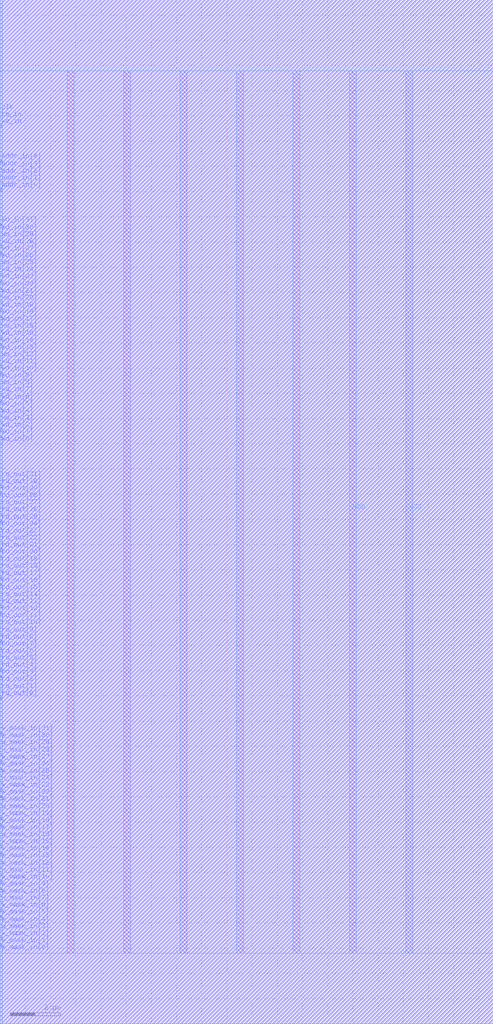
<source format=lef>
VERSION 5.7 ;
BUSBITCHARS "[]" ;
MACRO fakeram45_32x32
  FOREIGN fakeram45_32x32 0 0 ;
  SYMMETRY X Y R90 ;
  SIZE 19.570 BY 40.600 ;
  CLASS BLOCK ;
  PIN w_mask_in[0]
    DIRECTION INPUT ;
    USE SIGNAL ;
    SHAPE ABUTMENT ;
    PORT
      LAYER M3 ;
      RECT 0.000 2.800 0.070 2.870 ;
    END
  END w_mask_in[0]
  PIN w_mask_in[1]
    DIRECTION INPUT ;
    USE SIGNAL ;
    SHAPE ABUTMENT ;
    PORT
      LAYER M3 ;
      RECT 0.000 3.080 0.070 3.150 ;
    END
  END w_mask_in[1]
  PIN w_mask_in[2]
    DIRECTION INPUT ;
    USE SIGNAL ;
    SHAPE ABUTMENT ;
    PORT
      LAYER M3 ;
      RECT 0.000 3.360 0.070 3.430 ;
    END
  END w_mask_in[2]
  PIN w_mask_in[3]
    DIRECTION INPUT ;
    USE SIGNAL ;
    SHAPE ABUTMENT ;
    PORT
      LAYER M3 ;
      RECT 0.000 3.640 0.070 3.710 ;
    END
  END w_mask_in[3]
  PIN w_mask_in[4]
    DIRECTION INPUT ;
    USE SIGNAL ;
    SHAPE ABUTMENT ;
    PORT
      LAYER M3 ;
      RECT 0.000 3.920 0.070 3.990 ;
    END
  END w_mask_in[4]
  PIN w_mask_in[5]
    DIRECTION INPUT ;
    USE SIGNAL ;
    SHAPE ABUTMENT ;
    PORT
      LAYER M3 ;
      RECT 0.000 4.200 0.070 4.270 ;
    END
  END w_mask_in[5]
  PIN w_mask_in[6]
    DIRECTION INPUT ;
    USE SIGNAL ;
    SHAPE ABUTMENT ;
    PORT
      LAYER M3 ;
      RECT 0.000 4.480 0.070 4.550 ;
    END
  END w_mask_in[6]
  PIN w_mask_in[7]
    DIRECTION INPUT ;
    USE SIGNAL ;
    SHAPE ABUTMENT ;
    PORT
      LAYER M3 ;
      RECT 0.000 4.760 0.070 4.830 ;
    END
  END w_mask_in[7]
  PIN w_mask_in[8]
    DIRECTION INPUT ;
    USE SIGNAL ;
    SHAPE ABUTMENT ;
    PORT
      LAYER M3 ;
      RECT 0.000 5.040 0.070 5.110 ;
    END
  END w_mask_in[8]
  PIN w_mask_in[9]
    DIRECTION INPUT ;
    USE SIGNAL ;
    SHAPE ABUTMENT ;
    PORT
      LAYER M3 ;
      RECT 0.000 5.320 0.070 5.390 ;
    END
  END w_mask_in[9]
  PIN w_mask_in[10]
    DIRECTION INPUT ;
    USE SIGNAL ;
    SHAPE ABUTMENT ;
    PORT
      LAYER M3 ;
      RECT 0.000 5.600 0.070 5.670 ;
    END
  END w_mask_in[10]
  PIN w_mask_in[11]
    DIRECTION INPUT ;
    USE SIGNAL ;
    SHAPE ABUTMENT ;
    PORT
      LAYER M3 ;
      RECT 0.000 5.880 0.070 5.950 ;
    END
  END w_mask_in[11]
  PIN w_mask_in[12]
    DIRECTION INPUT ;
    USE SIGNAL ;
    SHAPE ABUTMENT ;
    PORT
      LAYER M3 ;
      RECT 0.000 6.160 0.070 6.230 ;
    END
  END w_mask_in[12]
  PIN w_mask_in[13]
    DIRECTION INPUT ;
    USE SIGNAL ;
    SHAPE ABUTMENT ;
    PORT
      LAYER M3 ;
      RECT 0.000 6.440 0.070 6.510 ;
    END
  END w_mask_in[13]
  PIN w_mask_in[14]
    DIRECTION INPUT ;
    USE SIGNAL ;
    SHAPE ABUTMENT ;
    PORT
      LAYER M3 ;
      RECT 0.000 6.720 0.070 6.790 ;
    END
  END w_mask_in[14]
  PIN w_mask_in[15]
    DIRECTION INPUT ;
    USE SIGNAL ;
    SHAPE ABUTMENT ;
    PORT
      LAYER M3 ;
      RECT 0.000 7.000 0.070 7.070 ;
    END
  END w_mask_in[15]
  PIN w_mask_in[16]
    DIRECTION INPUT ;
    USE SIGNAL ;
    SHAPE ABUTMENT ;
    PORT
      LAYER M3 ;
      RECT 0.000 7.280 0.070 7.350 ;
    END
  END w_mask_in[16]
  PIN w_mask_in[17]
    DIRECTION INPUT ;
    USE SIGNAL ;
    SHAPE ABUTMENT ;
    PORT
      LAYER M3 ;
      RECT 0.000 7.560 0.070 7.630 ;
    END
  END w_mask_in[17]
  PIN w_mask_in[18]
    DIRECTION INPUT ;
    USE SIGNAL ;
    SHAPE ABUTMENT ;
    PORT
      LAYER M3 ;
      RECT 0.000 7.840 0.070 7.910 ;
    END
  END w_mask_in[18]
  PIN w_mask_in[19]
    DIRECTION INPUT ;
    USE SIGNAL ;
    SHAPE ABUTMENT ;
    PORT
      LAYER M3 ;
      RECT 0.000 8.120 0.070 8.190 ;
    END
  END w_mask_in[19]
  PIN w_mask_in[20]
    DIRECTION INPUT ;
    USE SIGNAL ;
    SHAPE ABUTMENT ;
    PORT
      LAYER M3 ;
      RECT 0.000 8.400 0.070 8.470 ;
    END
  END w_mask_in[20]
  PIN w_mask_in[21]
    DIRECTION INPUT ;
    USE SIGNAL ;
    SHAPE ABUTMENT ;
    PORT
      LAYER M3 ;
      RECT 0.000 8.680 0.070 8.750 ;
    END
  END w_mask_in[21]
  PIN w_mask_in[22]
    DIRECTION INPUT ;
    USE SIGNAL ;
    SHAPE ABUTMENT ;
    PORT
      LAYER M3 ;
      RECT 0.000 8.960 0.070 9.030 ;
    END
  END w_mask_in[22]
  PIN w_mask_in[23]
    DIRECTION INPUT ;
    USE SIGNAL ;
    SHAPE ABUTMENT ;
    PORT
      LAYER M3 ;
      RECT 0.000 9.240 0.070 9.310 ;
    END
  END w_mask_in[23]
  PIN w_mask_in[24]
    DIRECTION INPUT ;
    USE SIGNAL ;
    SHAPE ABUTMENT ;
    PORT
      LAYER M3 ;
      RECT 0.000 9.520 0.070 9.590 ;
    END
  END w_mask_in[24]
  PIN w_mask_in[25]
    DIRECTION INPUT ;
    USE SIGNAL ;
    SHAPE ABUTMENT ;
    PORT
      LAYER M3 ;
      RECT 0.000 9.800 0.070 9.870 ;
    END
  END w_mask_in[25]
  PIN w_mask_in[26]
    DIRECTION INPUT ;
    USE SIGNAL ;
    SHAPE ABUTMENT ;
    PORT
      LAYER M3 ;
      RECT 0.000 10.080 0.070 10.150 ;
    END
  END w_mask_in[26]
  PIN w_mask_in[27]
    DIRECTION INPUT ;
    USE SIGNAL ;
    SHAPE ABUTMENT ;
    PORT
      LAYER M3 ;
      RECT 0.000 10.360 0.070 10.430 ;
    END
  END w_mask_in[27]
  PIN w_mask_in[28]
    DIRECTION INPUT ;
    USE SIGNAL ;
    SHAPE ABUTMENT ;
    PORT
      LAYER M3 ;
      RECT 0.000 10.640 0.070 10.710 ;
    END
  END w_mask_in[28]
  PIN w_mask_in[29]
    DIRECTION INPUT ;
    USE SIGNAL ;
    SHAPE ABUTMENT ;
    PORT
      LAYER M3 ;
      RECT 0.000 10.920 0.070 10.990 ;
    END
  END w_mask_in[29]
  PIN w_mask_in[30]
    DIRECTION INPUT ;
    USE SIGNAL ;
    SHAPE ABUTMENT ;
    PORT
      LAYER M3 ;
      RECT 0.000 11.200 0.070 11.270 ;
    END
  END w_mask_in[30]
  PIN w_mask_in[31]
    DIRECTION INPUT ;
    USE SIGNAL ;
    SHAPE ABUTMENT ;
    PORT
      LAYER M3 ;
      RECT 0.000 11.480 0.070 11.550 ;
    END
  END w_mask_in[31]
  PIN rd_out[0]
    DIRECTION OUTPUT ;
    USE SIGNAL ;
    SHAPE ABUTMENT ;
    PORT
      LAYER M3 ;
      RECT 0.000 12.880 0.070 12.950 ;
    END
  END rd_out[0]
  PIN rd_out[1]
    DIRECTION OUTPUT ;
    USE SIGNAL ;
    SHAPE ABUTMENT ;
    PORT
      LAYER M3 ;
      RECT 0.000 13.160 0.070 13.230 ;
    END
  END rd_out[1]
  PIN rd_out[2]
    DIRECTION OUTPUT ;
    USE SIGNAL ;
    SHAPE ABUTMENT ;
    PORT
      LAYER M3 ;
      RECT 0.000 13.440 0.070 13.510 ;
    END
  END rd_out[2]
  PIN rd_out[3]
    DIRECTION OUTPUT ;
    USE SIGNAL ;
    SHAPE ABUTMENT ;
    PORT
      LAYER M3 ;
      RECT 0.000 13.720 0.070 13.790 ;
    END
  END rd_out[3]
  PIN rd_out[4]
    DIRECTION OUTPUT ;
    USE SIGNAL ;
    SHAPE ABUTMENT ;
    PORT
      LAYER M3 ;
      RECT 0.000 14.000 0.070 14.070 ;
    END
  END rd_out[4]
  PIN rd_out[5]
    DIRECTION OUTPUT ;
    USE SIGNAL ;
    SHAPE ABUTMENT ;
    PORT
      LAYER M3 ;
      RECT 0.000 14.280 0.070 14.350 ;
    END
  END rd_out[5]
  PIN rd_out[6]
    DIRECTION OUTPUT ;
    USE SIGNAL ;
    SHAPE ABUTMENT ;
    PORT
      LAYER M3 ;
      RECT 0.000 14.560 0.070 14.630 ;
    END
  END rd_out[6]
  PIN rd_out[7]
    DIRECTION OUTPUT ;
    USE SIGNAL ;
    SHAPE ABUTMENT ;
    PORT
      LAYER M3 ;
      RECT 0.000 14.840 0.070 14.910 ;
    END
  END rd_out[7]
  PIN rd_out[8]
    DIRECTION OUTPUT ;
    USE SIGNAL ;
    SHAPE ABUTMENT ;
    PORT
      LAYER M3 ;
      RECT 0.000 15.120 0.070 15.190 ;
    END
  END rd_out[8]
  PIN rd_out[9]
    DIRECTION OUTPUT ;
    USE SIGNAL ;
    SHAPE ABUTMENT ;
    PORT
      LAYER M3 ;
      RECT 0.000 15.400 0.070 15.470 ;
    END
  END rd_out[9]
  PIN rd_out[10]
    DIRECTION OUTPUT ;
    USE SIGNAL ;
    SHAPE ABUTMENT ;
    PORT
      LAYER M3 ;
      RECT 0.000 15.680 0.070 15.750 ;
    END
  END rd_out[10]
  PIN rd_out[11]
    DIRECTION OUTPUT ;
    USE SIGNAL ;
    SHAPE ABUTMENT ;
    PORT
      LAYER M3 ;
      RECT 0.000 15.960 0.070 16.030 ;
    END
  END rd_out[11]
  PIN rd_out[12]
    DIRECTION OUTPUT ;
    USE SIGNAL ;
    SHAPE ABUTMENT ;
    PORT
      LAYER M3 ;
      RECT 0.000 16.240 0.070 16.310 ;
    END
  END rd_out[12]
  PIN rd_out[13]
    DIRECTION OUTPUT ;
    USE SIGNAL ;
    SHAPE ABUTMENT ;
    PORT
      LAYER M3 ;
      RECT 0.000 16.520 0.070 16.590 ;
    END
  END rd_out[13]
  PIN rd_out[14]
    DIRECTION OUTPUT ;
    USE SIGNAL ;
    SHAPE ABUTMENT ;
    PORT
      LAYER M3 ;
      RECT 0.000 16.800 0.070 16.870 ;
    END
  END rd_out[14]
  PIN rd_out[15]
    DIRECTION OUTPUT ;
    USE SIGNAL ;
    SHAPE ABUTMENT ;
    PORT
      LAYER M3 ;
      RECT 0.000 17.080 0.070 17.150 ;
    END
  END rd_out[15]
  PIN rd_out[16]
    DIRECTION OUTPUT ;
    USE SIGNAL ;
    SHAPE ABUTMENT ;
    PORT
      LAYER M3 ;
      RECT 0.000 17.360 0.070 17.430 ;
    END
  END rd_out[16]
  PIN rd_out[17]
    DIRECTION OUTPUT ;
    USE SIGNAL ;
    SHAPE ABUTMENT ;
    PORT
      LAYER M3 ;
      RECT 0.000 17.640 0.070 17.710 ;
    END
  END rd_out[17]
  PIN rd_out[18]
    DIRECTION OUTPUT ;
    USE SIGNAL ;
    SHAPE ABUTMENT ;
    PORT
      LAYER M3 ;
      RECT 0.000 17.920 0.070 17.990 ;
    END
  END rd_out[18]
  PIN rd_out[19]
    DIRECTION OUTPUT ;
    USE SIGNAL ;
    SHAPE ABUTMENT ;
    PORT
      LAYER M3 ;
      RECT 0.000 18.200 0.070 18.270 ;
    END
  END rd_out[19]
  PIN rd_out[20]
    DIRECTION OUTPUT ;
    USE SIGNAL ;
    SHAPE ABUTMENT ;
    PORT
      LAYER M3 ;
      RECT 0.000 18.480 0.070 18.550 ;
    END
  END rd_out[20]
  PIN rd_out[21]
    DIRECTION OUTPUT ;
    USE SIGNAL ;
    SHAPE ABUTMENT ;
    PORT
      LAYER M3 ;
      RECT 0.000 18.760 0.070 18.830 ;
    END
  END rd_out[21]
  PIN rd_out[22]
    DIRECTION OUTPUT ;
    USE SIGNAL ;
    SHAPE ABUTMENT ;
    PORT
      LAYER M3 ;
      RECT 0.000 19.040 0.070 19.110 ;
    END
  END rd_out[22]
  PIN rd_out[23]
    DIRECTION OUTPUT ;
    USE SIGNAL ;
    SHAPE ABUTMENT ;
    PORT
      LAYER M3 ;
      RECT 0.000 19.320 0.070 19.390 ;
    END
  END rd_out[23]
  PIN rd_out[24]
    DIRECTION OUTPUT ;
    USE SIGNAL ;
    SHAPE ABUTMENT ;
    PORT
      LAYER M3 ;
      RECT 0.000 19.600 0.070 19.670 ;
    END
  END rd_out[24]
  PIN rd_out[25]
    DIRECTION OUTPUT ;
    USE SIGNAL ;
    SHAPE ABUTMENT ;
    PORT
      LAYER M3 ;
      RECT 0.000 19.880 0.070 19.950 ;
    END
  END rd_out[25]
  PIN rd_out[26]
    DIRECTION OUTPUT ;
    USE SIGNAL ;
    SHAPE ABUTMENT ;
    PORT
      LAYER M3 ;
      RECT 0.000 20.160 0.070 20.230 ;
    END
  END rd_out[26]
  PIN rd_out[27]
    DIRECTION OUTPUT ;
    USE SIGNAL ;
    SHAPE ABUTMENT ;
    PORT
      LAYER M3 ;
      RECT 0.000 20.440 0.070 20.510 ;
    END
  END rd_out[27]
  PIN rd_out[28]
    DIRECTION OUTPUT ;
    USE SIGNAL ;
    SHAPE ABUTMENT ;
    PORT
      LAYER M3 ;
      RECT 0.000 20.720 0.070 20.790 ;
    END
  END rd_out[28]
  PIN rd_out[29]
    DIRECTION OUTPUT ;
    USE SIGNAL ;
    SHAPE ABUTMENT ;
    PORT
      LAYER M3 ;
      RECT 0.000 21.000 0.070 21.070 ;
    END
  END rd_out[29]
  PIN rd_out[30]
    DIRECTION OUTPUT ;
    USE SIGNAL ;
    SHAPE ABUTMENT ;
    PORT
      LAYER M3 ;
      RECT 0.000 21.280 0.070 21.350 ;
    END
  END rd_out[30]
  PIN rd_out[31]
    DIRECTION OUTPUT ;
    USE SIGNAL ;
    SHAPE ABUTMENT ;
    PORT
      LAYER M3 ;
      RECT 0.000 21.560 0.070 21.630 ;
    END
  END rd_out[31]
  PIN wd_in[0]
    DIRECTION INPUT ;
    USE SIGNAL ;
    SHAPE ABUTMENT ;
    PORT
      LAYER M3 ;
      RECT 0.000 22.960 0.070 23.030 ;
    END
  END wd_in[0]
  PIN wd_in[1]
    DIRECTION INPUT ;
    USE SIGNAL ;
    SHAPE ABUTMENT ;
    PORT
      LAYER M3 ;
      RECT 0.000 23.240 0.070 23.310 ;
    END
  END wd_in[1]
  PIN wd_in[2]
    DIRECTION INPUT ;
    USE SIGNAL ;
    SHAPE ABUTMENT ;
    PORT
      LAYER M3 ;
      RECT 0.000 23.520 0.070 23.590 ;
    END
  END wd_in[2]
  PIN wd_in[3]
    DIRECTION INPUT ;
    USE SIGNAL ;
    SHAPE ABUTMENT ;
    PORT
      LAYER M3 ;
      RECT 0.000 23.800 0.070 23.870 ;
    END
  END wd_in[3]
  PIN wd_in[4]
    DIRECTION INPUT ;
    USE SIGNAL ;
    SHAPE ABUTMENT ;
    PORT
      LAYER M3 ;
      RECT 0.000 24.080 0.070 24.150 ;
    END
  END wd_in[4]
  PIN wd_in[5]
    DIRECTION INPUT ;
    USE SIGNAL ;
    SHAPE ABUTMENT ;
    PORT
      LAYER M3 ;
      RECT 0.000 24.360 0.070 24.430 ;
    END
  END wd_in[5]
  PIN wd_in[6]
    DIRECTION INPUT ;
    USE SIGNAL ;
    SHAPE ABUTMENT ;
    PORT
      LAYER M3 ;
      RECT 0.000 24.640 0.070 24.710 ;
    END
  END wd_in[6]
  PIN wd_in[7]
    DIRECTION INPUT ;
    USE SIGNAL ;
    SHAPE ABUTMENT ;
    PORT
      LAYER M3 ;
      RECT 0.000 24.920 0.070 24.990 ;
    END
  END wd_in[7]
  PIN wd_in[8]
    DIRECTION INPUT ;
    USE SIGNAL ;
    SHAPE ABUTMENT ;
    PORT
      LAYER M3 ;
      RECT 0.000 25.200 0.070 25.270 ;
    END
  END wd_in[8]
  PIN wd_in[9]
    DIRECTION INPUT ;
    USE SIGNAL ;
    SHAPE ABUTMENT ;
    PORT
      LAYER M3 ;
      RECT 0.000 25.480 0.070 25.550 ;
    END
  END wd_in[9]
  PIN wd_in[10]
    DIRECTION INPUT ;
    USE SIGNAL ;
    SHAPE ABUTMENT ;
    PORT
      LAYER M3 ;
      RECT 0.000 25.760 0.070 25.830 ;
    END
  END wd_in[10]
  PIN wd_in[11]
    DIRECTION INPUT ;
    USE SIGNAL ;
    SHAPE ABUTMENT ;
    PORT
      LAYER M3 ;
      RECT 0.000 26.040 0.070 26.110 ;
    END
  END wd_in[11]
  PIN wd_in[12]
    DIRECTION INPUT ;
    USE SIGNAL ;
    SHAPE ABUTMENT ;
    PORT
      LAYER M3 ;
      RECT 0.000 26.320 0.070 26.390 ;
    END
  END wd_in[12]
  PIN wd_in[13]
    DIRECTION INPUT ;
    USE SIGNAL ;
    SHAPE ABUTMENT ;
    PORT
      LAYER M3 ;
      RECT 0.000 26.600 0.070 26.670 ;
    END
  END wd_in[13]
  PIN wd_in[14]
    DIRECTION INPUT ;
    USE SIGNAL ;
    SHAPE ABUTMENT ;
    PORT
      LAYER M3 ;
      RECT 0.000 26.880 0.070 26.950 ;
    END
  END wd_in[14]
  PIN wd_in[15]
    DIRECTION INPUT ;
    USE SIGNAL ;
    SHAPE ABUTMENT ;
    PORT
      LAYER M3 ;
      RECT 0.000 27.160 0.070 27.230 ;
    END
  END wd_in[15]
  PIN wd_in[16]
    DIRECTION INPUT ;
    USE SIGNAL ;
    SHAPE ABUTMENT ;
    PORT
      LAYER M3 ;
      RECT 0.000 27.440 0.070 27.510 ;
    END
  END wd_in[16]
  PIN wd_in[17]
    DIRECTION INPUT ;
    USE SIGNAL ;
    SHAPE ABUTMENT ;
    PORT
      LAYER M3 ;
      RECT 0.000 27.720 0.070 27.790 ;
    END
  END wd_in[17]
  PIN wd_in[18]
    DIRECTION INPUT ;
    USE SIGNAL ;
    SHAPE ABUTMENT ;
    PORT
      LAYER M3 ;
      RECT 0.000 28.000 0.070 28.070 ;
    END
  END wd_in[18]
  PIN wd_in[19]
    DIRECTION INPUT ;
    USE SIGNAL ;
    SHAPE ABUTMENT ;
    PORT
      LAYER M3 ;
      RECT 0.000 28.280 0.070 28.350 ;
    END
  END wd_in[19]
  PIN wd_in[20]
    DIRECTION INPUT ;
    USE SIGNAL ;
    SHAPE ABUTMENT ;
    PORT
      LAYER M3 ;
      RECT 0.000 28.560 0.070 28.630 ;
    END
  END wd_in[20]
  PIN wd_in[21]
    DIRECTION INPUT ;
    USE SIGNAL ;
    SHAPE ABUTMENT ;
    PORT
      LAYER M3 ;
      RECT 0.000 28.840 0.070 28.910 ;
    END
  END wd_in[21]
  PIN wd_in[22]
    DIRECTION INPUT ;
    USE SIGNAL ;
    SHAPE ABUTMENT ;
    PORT
      LAYER M3 ;
      RECT 0.000 29.120 0.070 29.190 ;
    END
  END wd_in[22]
  PIN wd_in[23]
    DIRECTION INPUT ;
    USE SIGNAL ;
    SHAPE ABUTMENT ;
    PORT
      LAYER M3 ;
      RECT 0.000 29.400 0.070 29.470 ;
    END
  END wd_in[23]
  PIN wd_in[24]
    DIRECTION INPUT ;
    USE SIGNAL ;
    SHAPE ABUTMENT ;
    PORT
      LAYER M3 ;
      RECT 0.000 29.680 0.070 29.750 ;
    END
  END wd_in[24]
  PIN wd_in[25]
    DIRECTION INPUT ;
    USE SIGNAL ;
    SHAPE ABUTMENT ;
    PORT
      LAYER M3 ;
      RECT 0.000 29.960 0.070 30.030 ;
    END
  END wd_in[25]
  PIN wd_in[26]
    DIRECTION INPUT ;
    USE SIGNAL ;
    SHAPE ABUTMENT ;
    PORT
      LAYER M3 ;
      RECT 0.000 30.240 0.070 30.310 ;
    END
  END wd_in[26]
  PIN wd_in[27]
    DIRECTION INPUT ;
    USE SIGNAL ;
    SHAPE ABUTMENT ;
    PORT
      LAYER M3 ;
      RECT 0.000 30.520 0.070 30.590 ;
    END
  END wd_in[27]
  PIN wd_in[28]
    DIRECTION INPUT ;
    USE SIGNAL ;
    SHAPE ABUTMENT ;
    PORT
      LAYER M3 ;
      RECT 0.000 30.800 0.070 30.870 ;
    END
  END wd_in[28]
  PIN wd_in[29]
    DIRECTION INPUT ;
    USE SIGNAL ;
    SHAPE ABUTMENT ;
    PORT
      LAYER M3 ;
      RECT 0.000 31.080 0.070 31.150 ;
    END
  END wd_in[29]
  PIN wd_in[30]
    DIRECTION INPUT ;
    USE SIGNAL ;
    SHAPE ABUTMENT ;
    PORT
      LAYER M3 ;
      RECT 0.000 31.360 0.070 31.430 ;
    END
  END wd_in[30]
  PIN wd_in[31]
    DIRECTION INPUT ;
    USE SIGNAL ;
    SHAPE ABUTMENT ;
    PORT
      LAYER M3 ;
      RECT 0.000 31.640 0.070 31.710 ;
    END
  END wd_in[31]
  PIN addr_in[0]
    DIRECTION INPUT ;
    USE SIGNAL ;
    SHAPE ABUTMENT ;
    PORT
      LAYER M3 ;
      RECT 0.000 33.040 0.070 33.110 ;
    END
  END addr_in[0]
  PIN addr_in[1]
    DIRECTION INPUT ;
    USE SIGNAL ;
    SHAPE ABUTMENT ;
    PORT
      LAYER M3 ;
      RECT 0.000 33.320 0.070 33.390 ;
    END
  END addr_in[1]
  PIN addr_in[2]
    DIRECTION INPUT ;
    USE SIGNAL ;
    SHAPE ABUTMENT ;
    PORT
      LAYER M3 ;
      RECT 0.000 33.600 0.070 33.670 ;
    END
  END addr_in[2]
  PIN addr_in[3]
    DIRECTION INPUT ;
    USE SIGNAL ;
    SHAPE ABUTMENT ;
    PORT
      LAYER M3 ;
      RECT 0.000 33.880 0.070 33.950 ;
    END
  END addr_in[3]
  PIN addr_in[4]
    DIRECTION INPUT ;
    USE SIGNAL ;
    SHAPE ABUTMENT ;
    PORT
      LAYER M3 ;
      RECT 0.000 34.160 0.070 34.230 ;
    END
  END addr_in[4]
  PIN we_in
    DIRECTION INPUT ;
    USE SIGNAL ;
    SHAPE ABUTMENT ;
    PORT
      LAYER M3 ;
      RECT 0.000 35.560 0.070 35.630 ;
    END
  END we_in
  PIN ce_in
    DIRECTION INPUT ;
    USE SIGNAL ;
    SHAPE ABUTMENT ;
    PORT
      LAYER M3 ;
      RECT 0.000 35.840 0.070 35.910 ;
    END
  END ce_in
  PIN clk
    DIRECTION INPUT ;
    USE SIGNAL ;
    SHAPE ABUTMENT ;
    PORT
      LAYER M3 ;
      RECT 0.000 36.120 0.070 36.190 ;
    END
  END clk
  PIN VSS
    DIRECTION INOUT ;
    USE GROUND ;
    PORT
      LAYER M4 ;
      RECT 2.660 2.800 2.940 37.800 ;
      RECT 7.140 2.800 7.420 37.800 ;
      RECT 11.620 2.800 11.900 37.800 ;
      RECT 16.100 2.800 16.380 37.800 ;
    END
  END VSS
  PIN VDD
    DIRECTION INOUT ;
    USE POWER ;
    PORT
      LAYER M4 ;
      RECT 4.900 2.800 5.180 37.800 ;
      RECT 9.380 2.800 9.660 37.800 ;
      RECT 13.860 2.800 14.140 37.800 ;
    END
  END VDD
  OBS
    LAYER M1 ;
    RECT 0 0 19.570 40.600 ;
    LAYER M2 ;
    RECT 0 0 19.570 40.600 ;
    LAYER M3 ;
    RECT 0.070 0 19.570 40.600 ;
    RECT 0 0.000 0.070 2.800 ;
    RECT 0 2.870 0.070 3.080 ;
    RECT 0 3.150 0.070 3.360 ;
    RECT 0 3.430 0.070 3.640 ;
    RECT 0 3.710 0.070 3.920 ;
    RECT 0 3.990 0.070 4.200 ;
    RECT 0 4.270 0.070 4.480 ;
    RECT 0 4.550 0.070 4.760 ;
    RECT 0 4.830 0.070 5.040 ;
    RECT 0 5.110 0.070 5.320 ;
    RECT 0 5.390 0.070 5.600 ;
    RECT 0 5.670 0.070 5.880 ;
    RECT 0 5.950 0.070 6.160 ;
    RECT 0 6.230 0.070 6.440 ;
    RECT 0 6.510 0.070 6.720 ;
    RECT 0 6.790 0.070 7.000 ;
    RECT 0 7.070 0.070 7.280 ;
    RECT 0 7.350 0.070 7.560 ;
    RECT 0 7.630 0.070 7.840 ;
    RECT 0 7.910 0.070 8.120 ;
    RECT 0 8.190 0.070 8.400 ;
    RECT 0 8.470 0.070 8.680 ;
    RECT 0 8.750 0.070 8.960 ;
    RECT 0 9.030 0.070 9.240 ;
    RECT 0 9.310 0.070 9.520 ;
    RECT 0 9.590 0.070 9.800 ;
    RECT 0 9.870 0.070 10.080 ;
    RECT 0 10.150 0.070 10.360 ;
    RECT 0 10.430 0.070 10.640 ;
    RECT 0 10.710 0.070 10.920 ;
    RECT 0 10.990 0.070 11.200 ;
    RECT 0 11.270 0.070 11.480 ;
    RECT 0 11.550 0.070 12.880 ;
    RECT 0 12.950 0.070 13.160 ;
    RECT 0 13.230 0.070 13.440 ;
    RECT 0 13.510 0.070 13.720 ;
    RECT 0 13.790 0.070 14.000 ;
    RECT 0 14.070 0.070 14.280 ;
    RECT 0 14.350 0.070 14.560 ;
    RECT 0 14.630 0.070 14.840 ;
    RECT 0 14.910 0.070 15.120 ;
    RECT 0 15.190 0.070 15.400 ;
    RECT 0 15.470 0.070 15.680 ;
    RECT 0 15.750 0.070 15.960 ;
    RECT 0 16.030 0.070 16.240 ;
    RECT 0 16.310 0.070 16.520 ;
    RECT 0 16.590 0.070 16.800 ;
    RECT 0 16.870 0.070 17.080 ;
    RECT 0 17.150 0.070 17.360 ;
    RECT 0 17.430 0.070 17.640 ;
    RECT 0 17.710 0.070 17.920 ;
    RECT 0 17.990 0.070 18.200 ;
    RECT 0 18.270 0.070 18.480 ;
    RECT 0 18.550 0.070 18.760 ;
    RECT 0 18.830 0.070 19.040 ;
    RECT 0 19.110 0.070 19.320 ;
    RECT 0 19.390 0.070 19.600 ;
    RECT 0 19.670 0.070 19.880 ;
    RECT 0 19.950 0.070 20.160 ;
    RECT 0 20.230 0.070 20.440 ;
    RECT 0 20.510 0.070 20.720 ;
    RECT 0 20.790 0.070 21.000 ;
    RECT 0 21.070 0.070 21.280 ;
    RECT 0 21.350 0.070 21.560 ;
    RECT 0 21.630 0.070 22.960 ;
    RECT 0 23.030 0.070 23.240 ;
    RECT 0 23.310 0.070 23.520 ;
    RECT 0 23.590 0.070 23.800 ;
    RECT 0 23.870 0.070 24.080 ;
    RECT 0 24.150 0.070 24.360 ;
    RECT 0 24.430 0.070 24.640 ;
    RECT 0 24.710 0.070 24.920 ;
    RECT 0 24.990 0.070 25.200 ;
    RECT 0 25.270 0.070 25.480 ;
    RECT 0 25.550 0.070 25.760 ;
    RECT 0 25.830 0.070 26.040 ;
    RECT 0 26.110 0.070 26.320 ;
    RECT 0 26.390 0.070 26.600 ;
    RECT 0 26.670 0.070 26.880 ;
    RECT 0 26.950 0.070 27.160 ;
    RECT 0 27.230 0.070 27.440 ;
    RECT 0 27.510 0.070 27.720 ;
    RECT 0 27.790 0.070 28.000 ;
    RECT 0 28.070 0.070 28.280 ;
    RECT 0 28.350 0.070 28.560 ;
    RECT 0 28.630 0.070 28.840 ;
    RECT 0 28.910 0.070 29.120 ;
    RECT 0 29.190 0.070 29.400 ;
    RECT 0 29.470 0.070 29.680 ;
    RECT 0 29.750 0.070 29.960 ;
    RECT 0 30.030 0.070 30.240 ;
    RECT 0 30.310 0.070 30.520 ;
    RECT 0 30.590 0.070 30.800 ;
    RECT 0 30.870 0.070 31.080 ;
    RECT 0 31.150 0.070 31.360 ;
    RECT 0 31.430 0.070 31.640 ;
    RECT 0 31.710 0.070 33.040 ;
    RECT 0 33.110 0.070 33.320 ;
    RECT 0 33.390 0.070 33.600 ;
    RECT 0 33.670 0.070 33.880 ;
    RECT 0 33.950 0.070 34.160 ;
    RECT 0 34.230 0.070 35.560 ;
    RECT 0 35.630 0.070 35.840 ;
    RECT 0 35.910 0.070 36.120 ;
    RECT 0 36.190 0.070 40.600 ;
    LAYER M4 ;
    RECT 0 0 19.570 2.800 ;
    RECT 0 37.800 19.570 40.600 ;
    RECT 0.000 2.800 2.660 37.800 ;
    RECT 2.940 2.800 4.900 37.800 ;
    RECT 5.180 2.800 7.140 37.800 ;
    RECT 7.420 2.800 9.380 37.800 ;
    RECT 9.660 2.800 11.620 37.800 ;
    RECT 11.900 2.800 13.860 37.800 ;
    RECT 14.140 2.800 16.100 37.800 ;
    RECT 16.380 2.800 19.570 37.800 ;
  END
END fakeram45_32x32

END LIBRARY

</source>
